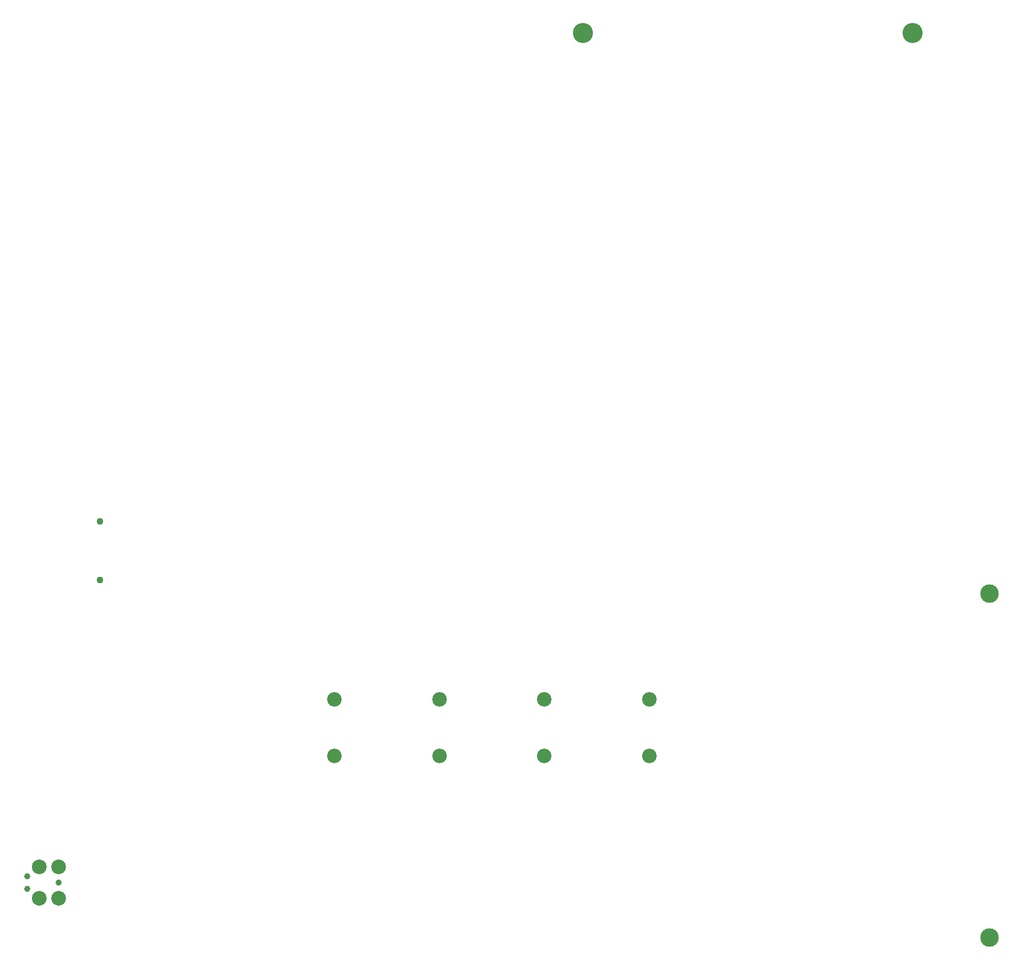
<source format=gbr>
%TF.GenerationSoftware,KiCad,Pcbnew,5.1.8*%
%TF.CreationDate,2020-12-18T22:11:15+01:00*%
%TF.ProjectId,atx,6174782e-6b69-4636-9164-5f7063625858,rev?*%
%TF.SameCoordinates,Original*%
%TF.FileFunction,NonPlated,1,4,NPTH,Drill*%
%TF.FilePolarity,Positive*%
%FSLAX46Y46*%
G04 Gerber Fmt 4.6, Leading zero omitted, Abs format (unit mm)*
G04 Created by KiCad (PCBNEW 5.1.8) date 2020-12-18 22:11:15*
%MOMM*%
%LPD*%
G01*
G04 APERTURE LIST*
%TA.AperFunction,ComponentDrill*%
%ADD10C,0.990600*%
%TD*%
%TA.AperFunction,ComponentDrill*%
%ADD11C,1.100000*%
%TD*%
%TA.AperFunction,ComponentDrill*%
%ADD12C,2.350000*%
%TD*%
%TA.AperFunction,ComponentDrill*%
%ADD13C,2.374900*%
%TD*%
%TA.AperFunction,ComponentDrill*%
%ADD14C,3.000000*%
%TD*%
%TA.AperFunction,ComponentDrill*%
%ADD15C,3.251200*%
%TD*%
G04 APERTURE END LIST*
D10*
%TO.C,J6*%
X7360000Y-143784000D03*
X7360000Y-145816000D03*
X12440000Y-144800000D03*
D11*
%TO.C,M1*%
X19080000Y-95840000D03*
%TO.C,M2*%
X19080000Y-86340000D03*
D12*
%TO.C,W2*%
X91000000Y-115200000D03*
X91000000Y-124350000D03*
%TO.C,W3*%
X74000000Y-115200000D03*
X74000000Y-124350000D03*
%TO.C,W4*%
X57000000Y-115200000D03*
X57000000Y-124350000D03*
%TO.C,W1*%
X108000000Y-115200000D03*
X108000000Y-124350000D03*
D13*
%TO.C,J6*%
X9265000Y-142260000D03*
X9265000Y-147340000D03*
X12440000Y-142260000D03*
X12440000Y-147340000D03*
D14*
%TO.C,J3*%
X163040000Y-98100000D03*
X163040000Y-153700000D03*
D15*
%TO.C,J2*%
X97240000Y-7370000D03*
X150580000Y-7370000D03*
M02*

</source>
